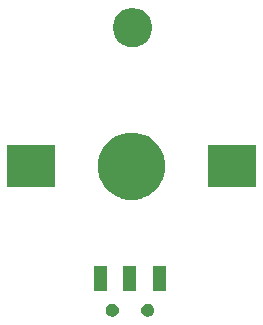
<source format=gbr>
G04 #@! TF.GenerationSoftware,KiCad,Pcbnew,(5.1.5)-3*
G04 #@! TF.CreationDate,2020-05-09T20:06:52-07:00*
G04 #@! TF.ProjectId,Rosie_SMD,526f7369-655f-4534-9d44-2e6b69636164,Version A2*
G04 #@! TF.SameCoordinates,Original*
G04 #@! TF.FileFunction,Soldermask,Bot*
G04 #@! TF.FilePolarity,Negative*
%FSLAX46Y46*%
G04 Gerber Fmt 4.6, Leading zero omitted, Abs format (unit mm)*
G04 Created by KiCad (PCBNEW (5.1.5)-3) date 2020-05-09 20:06:52*
%MOMM*%
%LPD*%
G04 APERTURE LIST*
%ADD10C,0.100000*%
G04 APERTURE END LIST*
D10*
G36*
X117024721Y-111484174D02*
G01*
X117124995Y-111525709D01*
X117124996Y-111525710D01*
X117215242Y-111586010D01*
X117291990Y-111662758D01*
X117291991Y-111662760D01*
X117352291Y-111753005D01*
X117393826Y-111853279D01*
X117415000Y-111959730D01*
X117415000Y-112068270D01*
X117393826Y-112174721D01*
X117352291Y-112274995D01*
X117352290Y-112274996D01*
X117291990Y-112365242D01*
X117215242Y-112441990D01*
X117169812Y-112472345D01*
X117124995Y-112502291D01*
X117024721Y-112543826D01*
X116918270Y-112565000D01*
X116809730Y-112565000D01*
X116703279Y-112543826D01*
X116603005Y-112502291D01*
X116558188Y-112472345D01*
X116512758Y-112441990D01*
X116436010Y-112365242D01*
X116375710Y-112274996D01*
X116375709Y-112274995D01*
X116334174Y-112174721D01*
X116313000Y-112068270D01*
X116313000Y-111959730D01*
X116334174Y-111853279D01*
X116375709Y-111753005D01*
X116436009Y-111662760D01*
X116436010Y-111662758D01*
X116512758Y-111586010D01*
X116603004Y-111525710D01*
X116603005Y-111525709D01*
X116703279Y-111484174D01*
X116809730Y-111463000D01*
X116918270Y-111463000D01*
X117024721Y-111484174D01*
G37*
G36*
X120024721Y-111484174D02*
G01*
X120124995Y-111525709D01*
X120124996Y-111525710D01*
X120215242Y-111586010D01*
X120291990Y-111662758D01*
X120291991Y-111662760D01*
X120352291Y-111753005D01*
X120393826Y-111853279D01*
X120415000Y-111959730D01*
X120415000Y-112068270D01*
X120393826Y-112174721D01*
X120352291Y-112274995D01*
X120352290Y-112274996D01*
X120291990Y-112365242D01*
X120215242Y-112441990D01*
X120169812Y-112472345D01*
X120124995Y-112502291D01*
X120024721Y-112543826D01*
X119918270Y-112565000D01*
X119809730Y-112565000D01*
X119703279Y-112543826D01*
X119603005Y-112502291D01*
X119558188Y-112472345D01*
X119512758Y-112441990D01*
X119436010Y-112365242D01*
X119375710Y-112274996D01*
X119375709Y-112274995D01*
X119334174Y-112174721D01*
X119313000Y-112068270D01*
X119313000Y-111959730D01*
X119334174Y-111853279D01*
X119375709Y-111753005D01*
X119436009Y-111662760D01*
X119436010Y-111662758D01*
X119512758Y-111586010D01*
X119603004Y-111525710D01*
X119603005Y-111525709D01*
X119703279Y-111484174D01*
X119809730Y-111463000D01*
X119918270Y-111463000D01*
X120024721Y-111484174D01*
G37*
G36*
X116415000Y-110365000D02*
G01*
X115313000Y-110365000D01*
X115313000Y-108263000D01*
X116415000Y-108263000D01*
X116415000Y-110365000D01*
G37*
G36*
X121415000Y-110365000D02*
G01*
X120313000Y-110365000D01*
X120313000Y-108263000D01*
X121415000Y-108263000D01*
X121415000Y-110365000D01*
G37*
G36*
X118915000Y-110365000D02*
G01*
X117813000Y-110365000D01*
X117813000Y-108263000D01*
X118915000Y-108263000D01*
X118915000Y-110365000D01*
G37*
G36*
X119330056Y-97091532D02*
G01*
X119544519Y-97180365D01*
X119847814Y-97305994D01*
X120313783Y-97617345D01*
X120710057Y-98013619D01*
X121021408Y-98479588D01*
X121147037Y-98782883D01*
X121235870Y-98997346D01*
X121345201Y-99546992D01*
X121345201Y-100107410D01*
X121235870Y-100657056D01*
X121147037Y-100871519D01*
X121021408Y-101174814D01*
X120710057Y-101640783D01*
X120313783Y-102037057D01*
X119847814Y-102348408D01*
X119544519Y-102474037D01*
X119330056Y-102562870D01*
X118780410Y-102672201D01*
X118219992Y-102672201D01*
X117670346Y-102562870D01*
X117455883Y-102474037D01*
X117152588Y-102348408D01*
X116686619Y-102037057D01*
X116290345Y-101640783D01*
X115978994Y-101174814D01*
X115853365Y-100871519D01*
X115764532Y-100657056D01*
X115655201Y-100107410D01*
X115655201Y-99546992D01*
X115764532Y-98997346D01*
X115853365Y-98782883D01*
X115978994Y-98479588D01*
X116290345Y-98013619D01*
X116686619Y-97617345D01*
X117152588Y-97305994D01*
X117455883Y-97180365D01*
X117670346Y-97091532D01*
X118219992Y-96982201D01*
X118780410Y-96982201D01*
X119330056Y-97091532D01*
G37*
G36*
X112042201Y-101628201D02*
G01*
X107940201Y-101628201D01*
X107940201Y-98026201D01*
X112042201Y-98026201D01*
X112042201Y-101628201D01*
G37*
G36*
X129060201Y-101628201D02*
G01*
X124958201Y-101628201D01*
X124958201Y-98026201D01*
X129060201Y-98026201D01*
X129060201Y-101628201D01*
G37*
G36*
X118942456Y-86478498D02*
G01*
X119048779Y-86499647D01*
X119349242Y-86624103D01*
X119619651Y-86804785D01*
X119849615Y-87034749D01*
X120030297Y-87305158D01*
X120154753Y-87605621D01*
X120218200Y-87924591D01*
X120218200Y-88249809D01*
X120154753Y-88568779D01*
X120030297Y-88869242D01*
X119849615Y-89139651D01*
X119619651Y-89369615D01*
X119349242Y-89550297D01*
X119048779Y-89674753D01*
X118942456Y-89695902D01*
X118729811Y-89738200D01*
X118404589Y-89738200D01*
X118191944Y-89695902D01*
X118085621Y-89674753D01*
X117785158Y-89550297D01*
X117514749Y-89369615D01*
X117284785Y-89139651D01*
X117104103Y-88869242D01*
X116979647Y-88568779D01*
X116916200Y-88249809D01*
X116916200Y-87924591D01*
X116979647Y-87605621D01*
X117104103Y-87305158D01*
X117284785Y-87034749D01*
X117514749Y-86804785D01*
X117785158Y-86624103D01*
X118085621Y-86499647D01*
X118191944Y-86478498D01*
X118404589Y-86436200D01*
X118729811Y-86436200D01*
X118942456Y-86478498D01*
G37*
M02*

</source>
